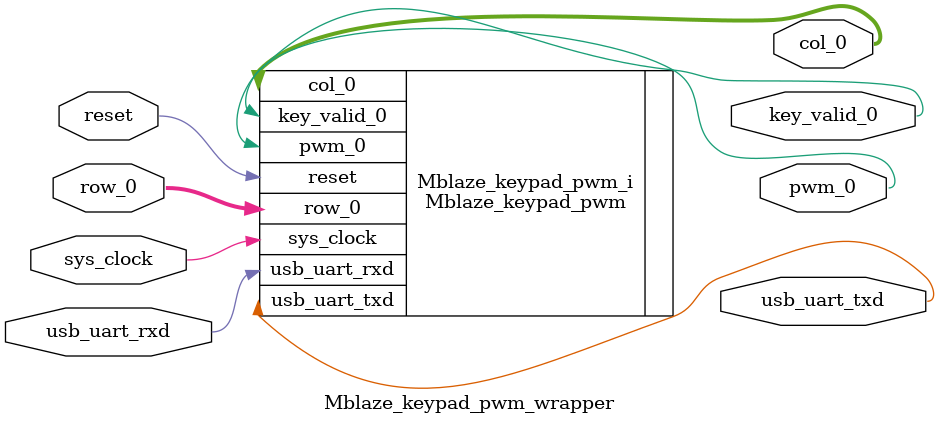
<source format=v>
`timescale 1 ps / 1 ps

module Mblaze_keypad_pwm_wrapper
   (col_0,
    key_valid_0,
    pwm_0,
    reset,
    row_0,
    sys_clock,
    usb_uart_rxd,
    usb_uart_txd);
  output [3:0]col_0;
  output key_valid_0;
  output pwm_0;
  input reset;
  input [3:0]row_0;
  input sys_clock;
  input usb_uart_rxd;
  output usb_uart_txd;

  wire [3:0]col_0;
  wire key_valid_0;
  wire pwm_0;
  wire reset;
  wire [3:0]row_0;
  wire sys_clock;
  wire usb_uart_rxd;
  wire usb_uart_txd;

  Mblaze_keypad_pwm Mblaze_keypad_pwm_i
       (.col_0(col_0),
        .key_valid_0(key_valid_0),
        .pwm_0(pwm_0),
        .reset(reset),
        .row_0(row_0),
        .sys_clock(sys_clock),
        .usb_uart_rxd(usb_uart_rxd),
        .usb_uart_txd(usb_uart_txd));
endmodule

</source>
